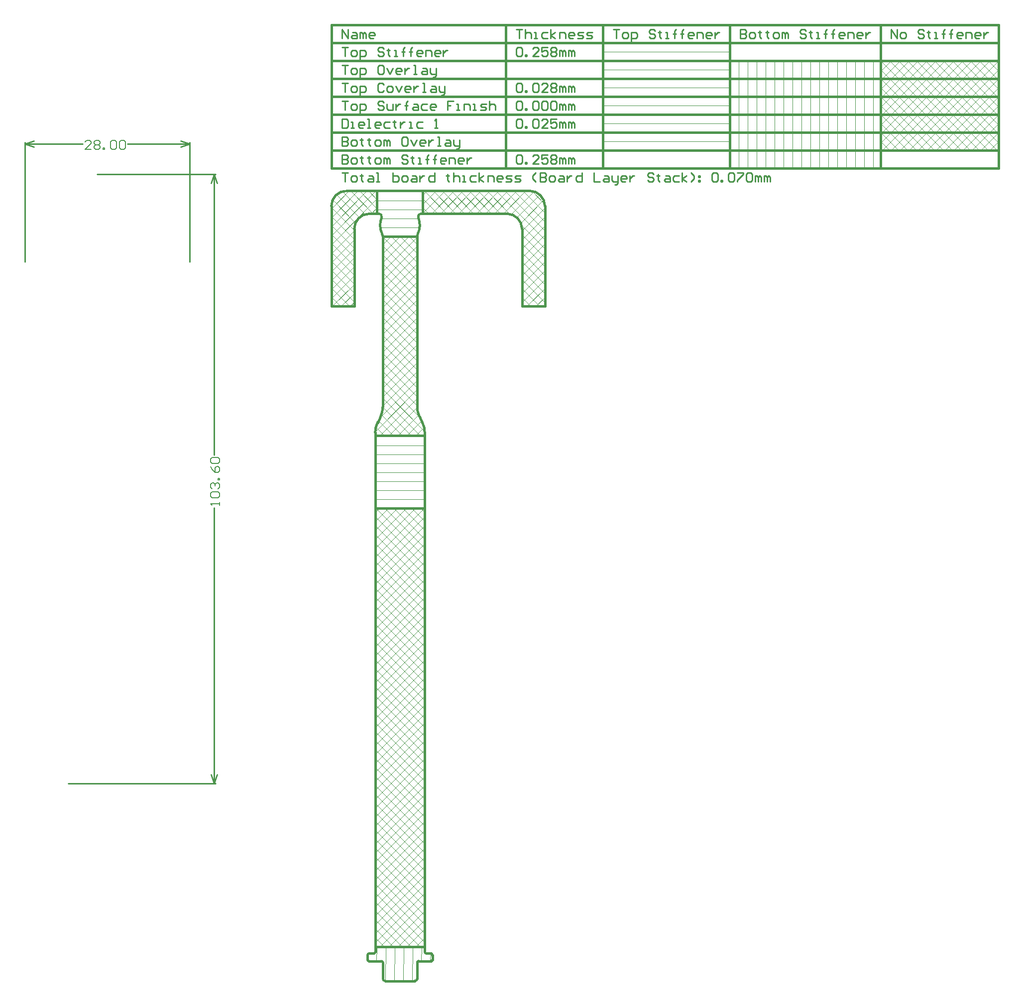
<source format=gbr>
G04*
G04 #@! TF.GenerationSoftware,Altium Limited,Altium Designer,25.1.2 (22)*
G04*
G04 Layer_Color=16711680*
%FSLAX44Y44*%
%MOMM*%
G71*
G04*
G04 #@! TF.SameCoordinates,C917C2C7-DC1F-4EFE-91AA-FEAD6B98D190*
G04*
G04*
G04 #@! TF.FilePolarity,Positive*
G04*
G01*
G75*
%ADD12C,0.2540*%
%ADD26C,0.3810*%
%ADD27C,0.0254*%
%ADD28C,0.1524*%
D12*
X190000Y887542D02*
Y1090540D01*
X-90000Y887547D02*
Y1090540D01*
X84279Y1088000D02*
X190000D01*
X-90000D02*
X7593D01*
X174760Y1093080D02*
X190000Y1088000D01*
X174760Y1082920D02*
X190000Y1088000D01*
X-90000D02*
X-74760Y1082920D01*
X-90000Y1088000D02*
X-74760Y1093080D01*
X-16955Y-0D02*
X234040D01*
X32545Y1036000D02*
X234040D01*
X231500Y-0D02*
Y469245D01*
Y558627D02*
Y1036000D01*
Y-0D02*
X236580Y15240D01*
X226420D02*
X231500Y-0D01*
X226420Y1020760D02*
X231500Y1036000D01*
X236580Y1020760D01*
X448540Y1267058D02*
Y1282293D01*
X458697Y1267058D01*
Y1282293D01*
X466314Y1277215D02*
X471393D01*
X473932Y1274676D01*
Y1267058D01*
X466314D01*
X463775Y1269597D01*
X466314Y1272137D01*
X473932D01*
X479010Y1267058D02*
Y1277215D01*
X481549D01*
X484089Y1274676D01*
Y1267058D01*
Y1274676D01*
X486628Y1277215D01*
X489167Y1274676D01*
Y1267058D01*
X501863D02*
X496784D01*
X494245Y1269597D01*
Y1274676D01*
X496784Y1277215D01*
X501863D01*
X504402Y1274676D01*
Y1272137D01*
X494245D01*
X448540Y1068933D02*
Y1053698D01*
X456157D01*
X458697Y1056237D01*
Y1058777D01*
X456157Y1061316D01*
X448540D01*
X456157D01*
X458697Y1063855D01*
Y1066394D01*
X456157Y1068933D01*
X448540D01*
X466314Y1053698D02*
X471393D01*
X473932Y1056237D01*
Y1061316D01*
X471393Y1063855D01*
X466314D01*
X463775Y1061316D01*
Y1056237D01*
X466314Y1053698D01*
X481549Y1066394D02*
Y1063855D01*
X479010D01*
X484089D01*
X481549D01*
Y1056237D01*
X484089Y1053698D01*
X494245Y1066394D02*
Y1063855D01*
X491706D01*
X496784D01*
X494245D01*
Y1056237D01*
X496784Y1053698D01*
X506941D02*
X512019D01*
X514559Y1056237D01*
Y1061316D01*
X512019Y1063855D01*
X506941D01*
X504402Y1061316D01*
Y1056237D01*
X506941Y1053698D01*
X519637D02*
Y1063855D01*
X522176D01*
X524715Y1061316D01*
Y1053698D01*
Y1061316D01*
X527254Y1063855D01*
X529794Y1061316D01*
Y1053698D01*
X560264Y1066394D02*
X557725Y1068933D01*
X552646D01*
X550107Y1066394D01*
Y1063855D01*
X552646Y1061316D01*
X557725D01*
X560264Y1058777D01*
Y1056237D01*
X557725Y1053698D01*
X552646D01*
X550107Y1056237D01*
X567881Y1066394D02*
Y1063855D01*
X565342D01*
X570421D01*
X567881D01*
Y1056237D01*
X570421Y1053698D01*
X578038D02*
X583116D01*
X580577D01*
Y1063855D01*
X578038D01*
X593273Y1053698D02*
Y1066394D01*
Y1061316D01*
X590734D01*
X595812D01*
X593273D01*
Y1066394D01*
X595812Y1068933D01*
X605969Y1053698D02*
Y1066394D01*
Y1061316D01*
X603430D01*
X608508D01*
X605969D01*
Y1066394D01*
X608508Y1068933D01*
X623743Y1053698D02*
X618665D01*
X616126Y1056237D01*
Y1061316D01*
X618665Y1063855D01*
X623743D01*
X626283Y1061316D01*
Y1058777D01*
X616126D01*
X631361Y1053698D02*
Y1063855D01*
X638978D01*
X641517Y1061316D01*
Y1053698D01*
X654213D02*
X649135D01*
X646596Y1056237D01*
Y1061316D01*
X649135Y1063855D01*
X654213D01*
X656753Y1061316D01*
Y1058777D01*
X646596D01*
X661831Y1063855D02*
Y1053698D01*
Y1058777D01*
X664370Y1061316D01*
X666909Y1063855D01*
X669448D01*
X448540Y1099413D02*
Y1084178D01*
X456157D01*
X458697Y1086718D01*
Y1089257D01*
X456157Y1091796D01*
X448540D01*
X456157D01*
X458697Y1094335D01*
Y1096874D01*
X456157Y1099413D01*
X448540D01*
X466314Y1084178D02*
X471393D01*
X473932Y1086718D01*
Y1091796D01*
X471393Y1094335D01*
X466314D01*
X463775Y1091796D01*
Y1086718D01*
X466314Y1084178D01*
X481549Y1096874D02*
Y1094335D01*
X479010D01*
X484089D01*
X481549D01*
Y1086718D01*
X484089Y1084178D01*
X494245Y1096874D02*
Y1094335D01*
X491706D01*
X496784D01*
X494245D01*
Y1086718D01*
X496784Y1084178D01*
X506941D02*
X512019D01*
X514559Y1086718D01*
Y1091796D01*
X512019Y1094335D01*
X506941D01*
X504402Y1091796D01*
Y1086718D01*
X506941Y1084178D01*
X519637D02*
Y1094335D01*
X522176D01*
X524715Y1091796D01*
Y1084178D01*
Y1091796D01*
X527254Y1094335D01*
X529794Y1091796D01*
Y1084178D01*
X557725Y1099413D02*
X552646D01*
X550107Y1096874D01*
Y1086718D01*
X552646Y1084178D01*
X557725D01*
X560264Y1086718D01*
Y1096874D01*
X557725Y1099413D01*
X565342Y1094335D02*
X570421Y1084178D01*
X575499Y1094335D01*
X588195Y1084178D02*
X583116D01*
X580577Y1086718D01*
Y1091796D01*
X583116Y1094335D01*
X588195D01*
X590734Y1091796D01*
Y1089257D01*
X580577D01*
X595812Y1094335D02*
Y1084178D01*
Y1089257D01*
X598352Y1091796D01*
X600891Y1094335D01*
X603430D01*
X611047Y1084178D02*
X616126D01*
X613587D01*
Y1099413D01*
X611047D01*
X626283Y1094335D02*
X631361D01*
X633900Y1091796D01*
Y1084178D01*
X626283D01*
X623743Y1086718D01*
X626283Y1089257D01*
X633900D01*
X638978Y1094335D02*
Y1086718D01*
X641518Y1084178D01*
X649135D01*
Y1081639D01*
X646596Y1079100D01*
X644057D01*
X649135Y1084178D02*
Y1094335D01*
X448540Y1129893D02*
Y1114658D01*
X456157D01*
X458697Y1117197D01*
Y1127354D01*
X456157Y1129893D01*
X448540D01*
X463775Y1114658D02*
X468853D01*
X466314D01*
Y1124815D01*
X463775D01*
X484089Y1114658D02*
X479010D01*
X476471Y1117197D01*
Y1122276D01*
X479010Y1124815D01*
X484089D01*
X486628Y1122276D01*
Y1119737D01*
X476471D01*
X491706Y1114658D02*
X496784D01*
X494245D01*
Y1129893D01*
X491706D01*
X512019Y1114658D02*
X506941D01*
X504402Y1117197D01*
Y1122276D01*
X506941Y1124815D01*
X512019D01*
X514559Y1122276D01*
Y1119737D01*
X504402D01*
X529794Y1124815D02*
X522176D01*
X519637Y1122276D01*
Y1117197D01*
X522176Y1114658D01*
X529794D01*
X537411Y1127354D02*
Y1124815D01*
X534872D01*
X539950D01*
X537411D01*
Y1117197D01*
X539950Y1114658D01*
X547568Y1124815D02*
Y1114658D01*
Y1119737D01*
X550107Y1122276D01*
X552646Y1124815D01*
X555186D01*
X562803Y1114658D02*
X567881D01*
X565342D01*
Y1124815D01*
X562803D01*
X585656D02*
X578038D01*
X575499Y1122276D01*
Y1117197D01*
X578038Y1114658D01*
X585656D01*
X605969D02*
X611047D01*
X608508D01*
Y1129893D01*
X605969Y1127354D01*
X448540Y1160373D02*
X458697D01*
X453618D01*
Y1145138D01*
X466314D02*
X471393D01*
X473932Y1147678D01*
Y1152756D01*
X471393Y1155295D01*
X466314D01*
X463775Y1152756D01*
Y1147678D01*
X466314Y1145138D01*
X479010Y1140060D02*
Y1155295D01*
X486628D01*
X489167Y1152756D01*
Y1147678D01*
X486628Y1145138D01*
X479010D01*
X519637Y1157834D02*
X517098Y1160373D01*
X512020D01*
X509480Y1157834D01*
Y1155295D01*
X512020Y1152756D01*
X517098D01*
X519637Y1150217D01*
Y1147678D01*
X517098Y1145138D01*
X512020D01*
X509480Y1147678D01*
X524715Y1155295D02*
Y1147678D01*
X527254Y1145138D01*
X534872D01*
Y1155295D01*
X539950D02*
Y1145138D01*
Y1150217D01*
X542490Y1152756D01*
X545029Y1155295D01*
X547568D01*
X557725Y1145138D02*
Y1157834D01*
Y1152756D01*
X555186D01*
X560264D01*
X557725D01*
Y1157834D01*
X560264Y1160373D01*
X570421Y1155295D02*
X575499D01*
X578038Y1152756D01*
Y1145138D01*
X570421D01*
X567881Y1147678D01*
X570421Y1150217D01*
X578038D01*
X593273Y1155295D02*
X585656D01*
X583116Y1152756D01*
Y1147678D01*
X585656Y1145138D01*
X593273D01*
X605969D02*
X600891D01*
X598352Y1147678D01*
Y1152756D01*
X600891Y1155295D01*
X605969D01*
X608508Y1152756D01*
Y1150217D01*
X598352D01*
X638978Y1160373D02*
X628822D01*
Y1152756D01*
X633900D01*
X628822D01*
Y1145138D01*
X644057D02*
X649135D01*
X646596D01*
Y1155295D01*
X644057D01*
X656753Y1145138D02*
Y1155295D01*
X664370D01*
X666909Y1152756D01*
Y1145138D01*
X671988D02*
X677066D01*
X674527D01*
Y1155295D01*
X671988D01*
X684684Y1145138D02*
X692301D01*
X694840Y1147678D01*
X692301Y1150217D01*
X687223D01*
X684684Y1152756D01*
X687223Y1155295D01*
X694840D01*
X699919Y1160373D02*
Y1145138D01*
Y1152756D01*
X702458Y1155295D01*
X707536D01*
X710075Y1152756D01*
Y1145138D01*
X448540Y1190853D02*
X458697D01*
X453618D01*
Y1175618D01*
X466314D02*
X471393D01*
X473932Y1178158D01*
Y1183236D01*
X471393Y1185775D01*
X466314D01*
X463775Y1183236D01*
Y1178158D01*
X466314Y1175618D01*
X479010Y1170540D02*
Y1185775D01*
X486628D01*
X489167Y1183236D01*
Y1178158D01*
X486628Y1175618D01*
X479010D01*
X519637Y1188314D02*
X517098Y1190853D01*
X512020D01*
X509480Y1188314D01*
Y1178158D01*
X512020Y1175618D01*
X517098D01*
X519637Y1178158D01*
X527254Y1175618D02*
X532333D01*
X534872Y1178158D01*
Y1183236D01*
X532333Y1185775D01*
X527254D01*
X524715Y1183236D01*
Y1178158D01*
X527254Y1175618D01*
X539950Y1185775D02*
X545029Y1175618D01*
X550107Y1185775D01*
X562803Y1175618D02*
X557725D01*
X555186Y1178158D01*
Y1183236D01*
X557725Y1185775D01*
X562803D01*
X565342Y1183236D01*
Y1180697D01*
X555186D01*
X570421Y1185775D02*
Y1175618D01*
Y1180697D01*
X572960Y1183236D01*
X575499Y1185775D01*
X578038D01*
X585656Y1175618D02*
X590734D01*
X588195D01*
Y1190853D01*
X585656D01*
X600891Y1185775D02*
X605969D01*
X608508Y1183236D01*
Y1175618D01*
X600891D01*
X598352Y1178158D01*
X600891Y1180697D01*
X608508D01*
X613587Y1185775D02*
Y1178158D01*
X616126Y1175618D01*
X623743D01*
Y1173079D01*
X621204Y1170540D01*
X618665D01*
X623743Y1175618D02*
Y1185775D01*
X448540Y1221333D02*
X458697D01*
X453618D01*
Y1206098D01*
X466314D02*
X471393D01*
X473932Y1208637D01*
Y1213716D01*
X471393Y1216255D01*
X466314D01*
X463775Y1213716D01*
Y1208637D01*
X466314Y1206098D01*
X479010Y1201020D02*
Y1216255D01*
X486628D01*
X489167Y1213716D01*
Y1208637D01*
X486628Y1206098D01*
X479010D01*
X517098Y1221333D02*
X512020D01*
X509480Y1218794D01*
Y1208637D01*
X512020Y1206098D01*
X517098D01*
X519637Y1208637D01*
Y1218794D01*
X517098Y1221333D01*
X524715Y1216255D02*
X529794Y1206098D01*
X534872Y1216255D01*
X547568Y1206098D02*
X542490D01*
X539950Y1208637D01*
Y1213716D01*
X542490Y1216255D01*
X547568D01*
X550107Y1213716D01*
Y1211177D01*
X539950D01*
X555186Y1216255D02*
Y1206098D01*
Y1211177D01*
X557725Y1213716D01*
X560264Y1216255D01*
X562803D01*
X570421Y1206098D02*
X575499D01*
X572960D01*
Y1221333D01*
X570421D01*
X585656Y1216255D02*
X590734D01*
X593273Y1213716D01*
Y1206098D01*
X585656D01*
X583116Y1208637D01*
X585656Y1211177D01*
X593273D01*
X598352Y1216255D02*
Y1208637D01*
X600891Y1206098D01*
X608508D01*
Y1203559D01*
X605969Y1201020D01*
X603430D01*
X608508Y1206098D02*
Y1216255D01*
X448540Y1251813D02*
X458697D01*
X453618D01*
Y1236578D01*
X466314D02*
X471393D01*
X473932Y1239118D01*
Y1244196D01*
X471393Y1246735D01*
X466314D01*
X463775Y1244196D01*
Y1239118D01*
X466314Y1236578D01*
X479010Y1231500D02*
Y1246735D01*
X486628D01*
X489167Y1244196D01*
Y1239118D01*
X486628Y1236578D01*
X479010D01*
X519637Y1249274D02*
X517098Y1251813D01*
X512020D01*
X509480Y1249274D01*
Y1246735D01*
X512020Y1244196D01*
X517098D01*
X519637Y1241657D01*
Y1239118D01*
X517098Y1236578D01*
X512020D01*
X509480Y1239118D01*
X527254Y1249274D02*
Y1246735D01*
X524715D01*
X529794D01*
X527254D01*
Y1239118D01*
X529794Y1236578D01*
X537411D02*
X542490D01*
X539950D01*
Y1246735D01*
X537411D01*
X552646Y1236578D02*
Y1249274D01*
Y1244196D01*
X550107D01*
X555186D01*
X552646D01*
Y1249274D01*
X555186Y1251813D01*
X565342Y1236578D02*
Y1249274D01*
Y1244196D01*
X562803D01*
X567881D01*
X565342D01*
Y1249274D01*
X567881Y1251813D01*
X583116Y1236578D02*
X578038D01*
X575499Y1239118D01*
Y1244196D01*
X578038Y1246735D01*
X583116D01*
X585656Y1244196D01*
Y1241657D01*
X575499D01*
X590734Y1236578D02*
Y1246735D01*
X598352D01*
X600891Y1244196D01*
Y1236578D01*
X613587D02*
X608508D01*
X605969Y1239118D01*
Y1244196D01*
X608508Y1246735D01*
X613587D01*
X616126Y1244196D01*
Y1241657D01*
X605969D01*
X621204Y1246735D02*
Y1236578D01*
Y1241657D01*
X623743Y1244196D01*
X626283Y1246735D01*
X628822D01*
X745635Y1282293D02*
X755792D01*
X750714D01*
Y1267058D01*
X760871Y1282293D02*
Y1267058D01*
Y1274676D01*
X763410Y1277215D01*
X768488D01*
X771027Y1274676D01*
Y1267058D01*
X776105D02*
X781184D01*
X778645D01*
Y1277215D01*
X776105D01*
X798958D02*
X791341D01*
X788801Y1274676D01*
Y1269597D01*
X791341Y1267058D01*
X798958D01*
X804036D02*
Y1282293D01*
Y1272137D02*
X811654Y1277215D01*
X804036Y1272137D02*
X811654Y1267058D01*
X819272D02*
Y1277215D01*
X826889D01*
X829428Y1274676D01*
Y1267058D01*
X842124D02*
X837046D01*
X834507Y1269597D01*
Y1274676D01*
X837046Y1277215D01*
X842124D01*
X844663Y1274676D01*
Y1272137D01*
X834507D01*
X849742Y1267058D02*
X857359D01*
X859898Y1269597D01*
X857359Y1272137D01*
X852281D01*
X849742Y1274676D01*
X852281Y1277215D01*
X859898D01*
X864977Y1267058D02*
X872594D01*
X875134Y1269597D01*
X872594Y1272137D01*
X867516D01*
X864977Y1274676D01*
X867516Y1277215D01*
X875134D01*
X745635Y1066394D02*
X748175Y1068933D01*
X753253D01*
X755792Y1066394D01*
Y1056237D01*
X753253Y1053698D01*
X748175D01*
X745635Y1056237D01*
Y1066394D01*
X760871Y1053698D02*
Y1056237D01*
X763410D01*
Y1053698D01*
X760871D01*
X783723D02*
X773566D01*
X783723Y1063855D01*
Y1066394D01*
X781184Y1068933D01*
X776105D01*
X773566Y1066394D01*
X798958Y1068933D02*
X788801D01*
Y1061316D01*
X793880Y1063855D01*
X796419D01*
X798958Y1061316D01*
Y1056237D01*
X796419Y1053698D01*
X791341D01*
X788801Y1056237D01*
X804036Y1066394D02*
X806576Y1068933D01*
X811654D01*
X814193Y1066394D01*
Y1063855D01*
X811654Y1061316D01*
X814193Y1058777D01*
Y1056237D01*
X811654Y1053698D01*
X806576D01*
X804036Y1056237D01*
Y1058777D01*
X806576Y1061316D01*
X804036Y1063855D01*
Y1066394D01*
X806576Y1061316D02*
X811654D01*
X819272Y1053698D02*
Y1063855D01*
X821811D01*
X824350Y1061316D01*
Y1053698D01*
Y1061316D01*
X826889Y1063855D01*
X829428Y1061316D01*
Y1053698D01*
X834507D02*
Y1063855D01*
X837046D01*
X839585Y1061316D01*
Y1053698D01*
Y1061316D01*
X842124Y1063855D01*
X844663Y1061316D01*
Y1053698D01*
X745635Y1127354D02*
X748175Y1129893D01*
X753253D01*
X755792Y1127354D01*
Y1117197D01*
X753253Y1114658D01*
X748175D01*
X745635Y1117197D01*
Y1127354D01*
X760871Y1114658D02*
Y1117197D01*
X763410D01*
Y1114658D01*
X760871D01*
X773566Y1127354D02*
X776105Y1129893D01*
X781184D01*
X783723Y1127354D01*
Y1117197D01*
X781184Y1114658D01*
X776105D01*
X773566Y1117197D01*
Y1127354D01*
X798958Y1114658D02*
X788801D01*
X798958Y1124815D01*
Y1127354D01*
X796419Y1129893D01*
X791341D01*
X788801Y1127354D01*
X814193Y1129893D02*
X804036D01*
Y1122276D01*
X809115Y1124815D01*
X811654D01*
X814193Y1122276D01*
Y1117197D01*
X811654Y1114658D01*
X806576D01*
X804036Y1117197D01*
X819272Y1114658D02*
Y1124815D01*
X821811D01*
X824350Y1122276D01*
Y1114658D01*
Y1122276D01*
X826889Y1124815D01*
X829428Y1122276D01*
Y1114658D01*
X834507D02*
Y1124815D01*
X837046D01*
X839585Y1122276D01*
Y1114658D01*
Y1122276D01*
X842124Y1124815D01*
X844663Y1122276D01*
Y1114658D01*
X745635Y1157834D02*
X748175Y1160373D01*
X753253D01*
X755792Y1157834D01*
Y1147678D01*
X753253Y1145138D01*
X748175D01*
X745635Y1147678D01*
Y1157834D01*
X760871Y1145138D02*
Y1147678D01*
X763410D01*
Y1145138D01*
X760871D01*
X773566Y1157834D02*
X776105Y1160373D01*
X781184D01*
X783723Y1157834D01*
Y1147678D01*
X781184Y1145138D01*
X776105D01*
X773566Y1147678D01*
Y1157834D01*
X788801D02*
X791341Y1160373D01*
X796419D01*
X798958Y1157834D01*
Y1147678D01*
X796419Y1145138D01*
X791341D01*
X788801Y1147678D01*
Y1157834D01*
X804036D02*
X806576Y1160373D01*
X811654D01*
X814193Y1157834D01*
Y1147678D01*
X811654Y1145138D01*
X806576D01*
X804036Y1147678D01*
Y1157834D01*
X819272Y1145138D02*
Y1155295D01*
X821811D01*
X824350Y1152756D01*
Y1145138D01*
Y1152756D01*
X826889Y1155295D01*
X829428Y1152756D01*
Y1145138D01*
X834507D02*
Y1155295D01*
X837046D01*
X839585Y1152756D01*
Y1145138D01*
Y1152756D01*
X842124Y1155295D01*
X844663Y1152756D01*
Y1145138D01*
X745635Y1188314D02*
X748175Y1190853D01*
X753253D01*
X755792Y1188314D01*
Y1178158D01*
X753253Y1175618D01*
X748175D01*
X745635Y1178158D01*
Y1188314D01*
X760871Y1175618D02*
Y1178158D01*
X763410D01*
Y1175618D01*
X760871D01*
X773566Y1188314D02*
X776105Y1190853D01*
X781184D01*
X783723Y1188314D01*
Y1178158D01*
X781184Y1175618D01*
X776105D01*
X773566Y1178158D01*
Y1188314D01*
X798958Y1175618D02*
X788801D01*
X798958Y1185775D01*
Y1188314D01*
X796419Y1190853D01*
X791341D01*
X788801Y1188314D01*
X804036D02*
X806576Y1190853D01*
X811654D01*
X814193Y1188314D01*
Y1185775D01*
X811654Y1183236D01*
X814193Y1180697D01*
Y1178158D01*
X811654Y1175618D01*
X806576D01*
X804036Y1178158D01*
Y1180697D01*
X806576Y1183236D01*
X804036Y1185775D01*
Y1188314D01*
X806576Y1183236D02*
X811654D01*
X819272Y1175618D02*
Y1185775D01*
X821811D01*
X824350Y1183236D01*
Y1175618D01*
Y1183236D01*
X826889Y1185775D01*
X829428Y1183236D01*
Y1175618D01*
X834507D02*
Y1185775D01*
X837046D01*
X839585Y1183236D01*
Y1175618D01*
Y1183236D01*
X842124Y1185775D01*
X844663Y1183236D01*
Y1175618D01*
X745635Y1249274D02*
X748175Y1251813D01*
X753253D01*
X755792Y1249274D01*
Y1239118D01*
X753253Y1236578D01*
X748175D01*
X745635Y1239118D01*
Y1249274D01*
X760871Y1236578D02*
Y1239118D01*
X763410D01*
Y1236578D01*
X760871D01*
X783723D02*
X773566D01*
X783723Y1246735D01*
Y1249274D01*
X781184Y1251813D01*
X776105D01*
X773566Y1249274D01*
X798958Y1251813D02*
X788801D01*
Y1244196D01*
X793880Y1246735D01*
X796419D01*
X798958Y1244196D01*
Y1239118D01*
X796419Y1236578D01*
X791341D01*
X788801Y1239118D01*
X804036Y1249274D02*
X806576Y1251813D01*
X811654D01*
X814193Y1249274D01*
Y1246735D01*
X811654Y1244196D01*
X814193Y1241657D01*
Y1239118D01*
X811654Y1236578D01*
X806576D01*
X804036Y1239118D01*
Y1241657D01*
X806576Y1244196D01*
X804036Y1246735D01*
Y1249274D01*
X806576Y1244196D02*
X811654D01*
X819272Y1236578D02*
Y1246735D01*
X821811D01*
X824350Y1244196D01*
Y1236578D01*
Y1244196D01*
X826889Y1246735D01*
X829428Y1244196D01*
Y1236578D01*
X834507D02*
Y1246735D01*
X837046D01*
X839585Y1244196D01*
Y1236578D01*
Y1244196D01*
X842124Y1246735D01*
X844663Y1244196D01*
Y1236578D01*
X910694Y1282293D02*
X920850D01*
X915772D01*
Y1267058D01*
X928468D02*
X933546D01*
X936085Y1269597D01*
Y1274676D01*
X933546Y1277215D01*
X928468D01*
X925929Y1274676D01*
Y1269597D01*
X928468Y1267058D01*
X941164Y1261980D02*
Y1277215D01*
X948781D01*
X951320Y1274676D01*
Y1269597D01*
X948781Y1267058D01*
X941164D01*
X981790Y1279754D02*
X979251Y1282293D01*
X974173D01*
X971634Y1279754D01*
Y1277215D01*
X974173Y1274676D01*
X979251D01*
X981790Y1272137D01*
Y1269597D01*
X979251Y1267058D01*
X974173D01*
X971634Y1269597D01*
X989408Y1279754D02*
Y1277215D01*
X986869D01*
X991947D01*
X989408D01*
Y1269597D01*
X991947Y1267058D01*
X999565D02*
X1004643D01*
X1002104D01*
Y1277215D01*
X999565D01*
X1014800Y1267058D02*
Y1279754D01*
Y1274676D01*
X1012261D01*
X1017339D01*
X1014800D01*
Y1279754D01*
X1017339Y1282293D01*
X1027496Y1267058D02*
Y1279754D01*
Y1274676D01*
X1024957D01*
X1030035D01*
X1027496D01*
Y1279754D01*
X1030035Y1282293D01*
X1045270Y1267058D02*
X1040192D01*
X1037652Y1269597D01*
Y1274676D01*
X1040192Y1277215D01*
X1045270D01*
X1047809Y1274676D01*
Y1272137D01*
X1037652D01*
X1052887Y1267058D02*
Y1277215D01*
X1060505D01*
X1063044Y1274676D01*
Y1267058D01*
X1075740D02*
X1070662D01*
X1068123Y1269597D01*
Y1274676D01*
X1070662Y1277215D01*
X1075740D01*
X1078279Y1274676D01*
Y1272137D01*
X1068123D01*
X1083358Y1277215D02*
Y1267058D01*
Y1272137D01*
X1085897Y1274676D01*
X1088436Y1277215D01*
X1090975D01*
X1126535Y1282293D02*
Y1267058D01*
X1134153D01*
X1136692Y1269597D01*
Y1272137D01*
X1134153Y1274676D01*
X1126535D01*
X1134153D01*
X1136692Y1277215D01*
Y1279754D01*
X1134153Y1282293D01*
X1126535D01*
X1144309Y1267058D02*
X1149388D01*
X1151927Y1269597D01*
Y1274676D01*
X1149388Y1277215D01*
X1144309D01*
X1141770Y1274676D01*
Y1269597D01*
X1144309Y1267058D01*
X1159545Y1279754D02*
Y1277215D01*
X1157005D01*
X1162084D01*
X1159545D01*
Y1269597D01*
X1162084Y1267058D01*
X1172240Y1279754D02*
Y1277215D01*
X1169701D01*
X1174780D01*
X1172240D01*
Y1269597D01*
X1174780Y1267058D01*
X1184936D02*
X1190015D01*
X1192554Y1269597D01*
Y1274676D01*
X1190015Y1277215D01*
X1184936D01*
X1182397Y1274676D01*
Y1269597D01*
X1184936Y1267058D01*
X1197632D02*
Y1277215D01*
X1200171D01*
X1202710Y1274676D01*
Y1267058D01*
Y1274676D01*
X1205250Y1277215D01*
X1207789Y1274676D01*
Y1267058D01*
X1238259Y1279754D02*
X1235720Y1282293D01*
X1230641D01*
X1228102Y1279754D01*
Y1277215D01*
X1230641Y1274676D01*
X1235720D01*
X1238259Y1272137D01*
Y1269597D01*
X1235720Y1267058D01*
X1230641D01*
X1228102Y1269597D01*
X1245877Y1279754D02*
Y1277215D01*
X1243337D01*
X1248416D01*
X1245877D01*
Y1269597D01*
X1248416Y1267058D01*
X1256033D02*
X1261112D01*
X1258572D01*
Y1277215D01*
X1256033D01*
X1271268Y1267058D02*
Y1279754D01*
Y1274676D01*
X1268729D01*
X1273808D01*
X1271268D01*
Y1279754D01*
X1273808Y1282293D01*
X1283964Y1267058D02*
Y1279754D01*
Y1274676D01*
X1281425D01*
X1286503D01*
X1283964D01*
Y1279754D01*
X1286503Y1282293D01*
X1301738Y1267058D02*
X1296660D01*
X1294121Y1269597D01*
Y1274676D01*
X1296660Y1277215D01*
X1301738D01*
X1304278Y1274676D01*
Y1272137D01*
X1294121D01*
X1309356Y1267058D02*
Y1277215D01*
X1316974D01*
X1319513Y1274676D01*
Y1267058D01*
X1332209D02*
X1327130D01*
X1324591Y1269597D01*
Y1274676D01*
X1327130Y1277215D01*
X1332209D01*
X1334748Y1274676D01*
Y1272137D01*
X1324591D01*
X1339826Y1277215D02*
Y1267058D01*
Y1272137D01*
X1342365Y1274676D01*
X1344904Y1277215D01*
X1347444D01*
X1383004Y1267058D02*
Y1282293D01*
X1393160Y1267058D01*
Y1282293D01*
X1400778Y1267058D02*
X1405856D01*
X1408396Y1269597D01*
Y1274676D01*
X1405856Y1277215D01*
X1400778D01*
X1398239Y1274676D01*
Y1269597D01*
X1400778Y1267058D01*
X1438866Y1279754D02*
X1436326Y1282293D01*
X1431248D01*
X1428709Y1279754D01*
Y1277215D01*
X1431248Y1274676D01*
X1436326D01*
X1438866Y1272137D01*
Y1269597D01*
X1436326Y1267058D01*
X1431248D01*
X1428709Y1269597D01*
X1446483Y1279754D02*
Y1277215D01*
X1443944D01*
X1449022D01*
X1446483D01*
Y1269597D01*
X1449022Y1267058D01*
X1456640D02*
X1461718D01*
X1459179D01*
Y1277215D01*
X1456640D01*
X1471875Y1267058D02*
Y1279754D01*
Y1274676D01*
X1469336D01*
X1474414D01*
X1471875D01*
Y1279754D01*
X1474414Y1282293D01*
X1484571Y1267058D02*
Y1279754D01*
Y1274676D01*
X1482032D01*
X1487110D01*
X1484571D01*
Y1279754D01*
X1487110Y1282293D01*
X1502345Y1267058D02*
X1497267D01*
X1494727Y1269597D01*
Y1274676D01*
X1497267Y1277215D01*
X1502345D01*
X1504884Y1274676D01*
Y1272137D01*
X1494727D01*
X1509963Y1267058D02*
Y1277215D01*
X1517580D01*
X1520119Y1274676D01*
Y1267058D01*
X1532815D02*
X1527737D01*
X1525198Y1269597D01*
Y1274676D01*
X1527737Y1277215D01*
X1532815D01*
X1535354Y1274676D01*
Y1272137D01*
X1525198D01*
X1540433Y1277215D02*
Y1267058D01*
Y1272137D01*
X1542972Y1274676D01*
X1545511Y1277215D01*
X1548050D01*
X448540Y1038453D02*
X458697D01*
X453618D01*
Y1023218D01*
X466314D02*
X471393D01*
X473932Y1025758D01*
Y1030836D01*
X471393Y1033375D01*
X466314D01*
X463775Y1030836D01*
Y1025758D01*
X466314Y1023218D01*
X481549Y1035914D02*
Y1033375D01*
X479010D01*
X484089D01*
X481549D01*
Y1025758D01*
X484089Y1023218D01*
X494245Y1033375D02*
X499324D01*
X501863Y1030836D01*
Y1023218D01*
X494245D01*
X491706Y1025758D01*
X494245Y1028297D01*
X501863D01*
X506941Y1023218D02*
X512019D01*
X509480D01*
Y1038453D01*
X506941D01*
X534872D02*
Y1023218D01*
X542490D01*
X545029Y1025758D01*
Y1028297D01*
Y1030836D01*
X542490Y1033375D01*
X534872D01*
X552646Y1023218D02*
X557725D01*
X560264Y1025758D01*
Y1030836D01*
X557725Y1033375D01*
X552646D01*
X550107Y1030836D01*
Y1025758D01*
X552646Y1023218D01*
X567881Y1033375D02*
X572960D01*
X575499Y1030836D01*
Y1023218D01*
X567881D01*
X565342Y1025758D01*
X567881Y1028297D01*
X575499D01*
X580577Y1033375D02*
Y1023218D01*
Y1028297D01*
X583116Y1030836D01*
X585656Y1033375D01*
X588195D01*
X605969Y1038453D02*
Y1023218D01*
X598352D01*
X595812Y1025758D01*
Y1030836D01*
X598352Y1033375D01*
X605969D01*
X628822Y1035914D02*
Y1033375D01*
X626283D01*
X631361D01*
X628822D01*
Y1025758D01*
X631361Y1023218D01*
X638978Y1038453D02*
Y1023218D01*
Y1030836D01*
X641518Y1033375D01*
X646596D01*
X649135Y1030836D01*
Y1023218D01*
X654213D02*
X659292D01*
X656753D01*
Y1033375D01*
X654213D01*
X677066D02*
X669448D01*
X666909Y1030836D01*
Y1025758D01*
X669448Y1023218D01*
X677066D01*
X682144D02*
Y1038453D01*
Y1028297D02*
X689762Y1033375D01*
X682144Y1028297D02*
X689762Y1023218D01*
X697380D02*
Y1033375D01*
X704997D01*
X707536Y1030836D01*
Y1023218D01*
X720232D02*
X715154D01*
X712615Y1025758D01*
Y1030836D01*
X715154Y1033375D01*
X720232D01*
X722771Y1030836D01*
Y1028297D01*
X712615D01*
X727850Y1023218D02*
X735467D01*
X738006Y1025758D01*
X735467Y1028297D01*
X730389D01*
X727850Y1030836D01*
X730389Y1033375D01*
X738006D01*
X743085Y1023218D02*
X750702D01*
X753241Y1025758D01*
X750702Y1028297D01*
X745624D01*
X743085Y1030836D01*
X745624Y1033375D01*
X753241D01*
X778633Y1023218D02*
X773555Y1028297D01*
Y1033375D01*
X778633Y1038453D01*
X786251D02*
Y1023218D01*
X793868D01*
X796407Y1025758D01*
Y1028297D01*
X793868Y1030836D01*
X786251D01*
X793868D01*
X796407Y1033375D01*
Y1035914D01*
X793868Y1038453D01*
X786251D01*
X804025Y1023218D02*
X809103D01*
X811643Y1025758D01*
Y1030836D01*
X809103Y1033375D01*
X804025D01*
X801486Y1030836D01*
Y1025758D01*
X804025Y1023218D01*
X819260Y1033375D02*
X824338D01*
X826878Y1030836D01*
Y1023218D01*
X819260D01*
X816721Y1025758D01*
X819260Y1028297D01*
X826878D01*
X831956Y1033375D02*
Y1023218D01*
Y1028297D01*
X834495Y1030836D01*
X837034Y1033375D01*
X839574D01*
X857348Y1038453D02*
Y1023218D01*
X849730D01*
X847191Y1025758D01*
Y1030836D01*
X849730Y1033375D01*
X857348D01*
X877661Y1038453D02*
Y1023218D01*
X887818D01*
X895435Y1033375D02*
X900514D01*
X903053Y1030836D01*
Y1023218D01*
X895435D01*
X892896Y1025758D01*
X895435Y1028297D01*
X903053D01*
X908131Y1033375D02*
Y1025758D01*
X910670Y1023218D01*
X918288D01*
Y1020679D01*
X915749Y1018140D01*
X913210D01*
X918288Y1023218D02*
Y1033375D01*
X930984Y1023218D02*
X925906D01*
X923366Y1025758D01*
Y1030836D01*
X925906Y1033375D01*
X930984D01*
X933523Y1030836D01*
Y1028297D01*
X923366D01*
X938602Y1033375D02*
Y1023218D01*
Y1028297D01*
X941141Y1030836D01*
X943680Y1033375D01*
X946219D01*
X979228Y1035914D02*
X976689Y1038453D01*
X971611D01*
X969072Y1035914D01*
Y1033375D01*
X971611Y1030836D01*
X976689D01*
X979228Y1028297D01*
Y1025758D01*
X976689Y1023218D01*
X971611D01*
X969072Y1025758D01*
X986846Y1035914D02*
Y1033375D01*
X984307D01*
X989385D01*
X986846D01*
Y1025758D01*
X989385Y1023218D01*
X999542Y1033375D02*
X1004620D01*
X1007159Y1030836D01*
Y1023218D01*
X999542D01*
X997003Y1025758D01*
X999542Y1028297D01*
X1007159D01*
X1022394Y1033375D02*
X1014777D01*
X1012238Y1030836D01*
Y1025758D01*
X1014777Y1023218D01*
X1022394D01*
X1027473D02*
Y1038453D01*
Y1028297D02*
X1035090Y1033375D01*
X1027473Y1028297D02*
X1035090Y1023218D01*
X1042708D02*
X1047786Y1028297D01*
Y1033375D01*
X1042708Y1038453D01*
X1055404Y1033375D02*
X1057943D01*
Y1030836D01*
X1055404D01*
Y1033375D01*
Y1025758D02*
X1057943D01*
Y1023218D01*
X1055404D01*
Y1025758D01*
X1078263Y1035914D02*
X1080802Y1038453D01*
X1085880D01*
X1088420Y1035914D01*
Y1025758D01*
X1085880Y1023218D01*
X1080802D01*
X1078263Y1025758D01*
Y1035914D01*
X1093498Y1023218D02*
Y1025758D01*
X1096037D01*
Y1023218D01*
X1093498D01*
X1106194Y1035914D02*
X1108733Y1038453D01*
X1113811D01*
X1116350Y1035914D01*
Y1025758D01*
X1113811Y1023218D01*
X1108733D01*
X1106194Y1025758D01*
Y1035914D01*
X1121429Y1038453D02*
X1131586D01*
Y1035914D01*
X1121429Y1025758D01*
Y1023218D01*
X1136664Y1035914D02*
X1139203Y1038453D01*
X1144281D01*
X1146821Y1035914D01*
Y1025758D01*
X1144281Y1023218D01*
X1139203D01*
X1136664Y1025758D01*
Y1035914D01*
X1151899Y1023218D02*
Y1033375D01*
X1154438D01*
X1156977Y1030836D01*
Y1023218D01*
Y1030836D01*
X1159517Y1033375D01*
X1162056Y1030836D01*
Y1023218D01*
X1167134D02*
Y1033375D01*
X1169673D01*
X1172212Y1030836D01*
Y1023218D01*
Y1030836D01*
X1174752Y1033375D01*
X1177291Y1030836D01*
Y1023218D01*
D26*
X516282Y962345D02*
G03*
X511768Y969061I-4513J1842D01*
G01*
X516282Y962345D02*
G03*
X517062Y935097I31227J-12742D01*
G01*
X518308Y930145D02*
G03*
X517062Y935097I-12945J-625D01*
G01*
X577959Y935097D02*
G03*
X576713Y930145I11711J-5579D01*
G01*
X577959Y935097D02*
G03*
X578739Y962345I-30447J14506D01*
G01*
X583252Y969061D02*
G03*
X578739Y962345I0J-4875D01*
G01*
X600048Y-302215D02*
G03*
X602642Y-299621I0J2594D01*
G01*
X602642Y-291838D02*
G03*
X600048Y-289243I-2594J0D01*
G01*
X589670Y-286649D02*
G03*
X592264Y-289243I2594J0D01*
G01*
X502756Y-289243D02*
G03*
X505350Y-286649I1J2594D01*
G01*
X494973Y-289243D02*
G03*
X492378Y-291837I-1J-2594D01*
G01*
X492378Y-299621D02*
G03*
X494973Y-302215I2594J-0D01*
G01*
X518323Y-304809D02*
G03*
X515728Y-302215I-2594J0D01*
G01*
X518323Y-332051D02*
G03*
X522214Y-335943I3892J0D01*
G01*
X572806D02*
G03*
X576698Y-332051I0J3892D01*
G01*
X579292Y-302215D02*
G03*
X576698Y-304810I-0J-2594D01*
G01*
X589670Y596655D02*
G03*
X585561Y614057I-38907J0D01*
G01*
X576698Y640971D02*
G03*
X580806Y623567I38918J0D01*
G01*
X514214Y623567D02*
G03*
X518323Y640971I-34803J17403D01*
G01*
X509459Y614057D02*
G03*
X505350Y596653I34806J-17404D01*
G01*
X793982Y982034D02*
G03*
X768038Y1007978I-25944J0D01*
G01*
X755066Y943117D02*
G03*
X729121Y969061I-25944J0D01*
G01*
X495621Y969061D02*
G03*
X469677Y943117I-0J-25944D01*
G01*
X456705Y1007978D02*
G03*
X430760Y982034I-1J-25944D01*
G01*
X430760Y1259438D02*
X1565830D01*
X430760Y1289918D02*
X1565830D01*
X430760Y1046078D02*
Y1289918D01*
Y1046078D02*
X727855D01*
X430760Y1076558D02*
X727855D01*
X430760Y1107038D02*
X727855D01*
X430760Y1137518D02*
X727855D01*
X430760Y1167998D02*
X727855D01*
X430760Y1198478D02*
X727855D01*
X430760Y1228958D02*
X727855D01*
Y1046078D02*
Y1289918D01*
Y1046078D02*
X892914D01*
X727855Y1076558D02*
X892914D01*
X727855Y1107038D02*
X892914D01*
X727855Y1137518D02*
X892914D01*
X727855Y1167998D02*
X892914D01*
X727855Y1198478D02*
X892914D01*
X727855Y1228958D02*
X892914D01*
Y1046078D02*
Y1289918D01*
Y1046078D02*
X1108755D01*
X892914Y1076558D02*
X1108755D01*
X892914Y1107038D02*
X1108755D01*
X892914Y1137518D02*
X1108755D01*
X892914Y1167998D02*
X1108755D01*
X892914Y1198478D02*
X1108755D01*
X892914Y1228958D02*
X1108755D01*
Y1046078D02*
Y1289918D01*
Y1046078D02*
X1365224D01*
X1108755Y1076558D02*
X1365224D01*
X1108755Y1107038D02*
X1365224D01*
X1108755Y1137518D02*
X1365224D01*
X1108755Y1167998D02*
X1365224D01*
X1108755Y1198478D02*
X1365224D01*
X1108755Y1228958D02*
X1365224D01*
Y1046078D02*
Y1289918D01*
Y1046078D02*
X1565830D01*
X1365224Y1076558D02*
X1565830D01*
X1365224Y1107038D02*
X1565830D01*
X1365224Y1137518D02*
X1565830D01*
X1365224Y1167998D02*
X1565830D01*
X1365224Y1198478D02*
X1565830D01*
X1365224Y1228958D02*
X1565830D01*
Y1046078D02*
Y1289918D01*
X505350Y468334D02*
Y591570D01*
Y468334D02*
X589670D01*
Y591570D01*
X505350D02*
X589670D01*
X583252Y969061D02*
X586427Y969061D01*
Y1007978D01*
X508594Y1007978D02*
X586427Y1007978D01*
X508594Y969061D02*
Y1007978D01*
Y969061D02*
X511768D01*
X518308Y930145D02*
X576713D01*
X602642Y-291837D02*
X602642Y-299621D01*
X592264Y-289243D02*
X600048Y-289243D01*
X589670Y-286649D02*
Y-277568D01*
X505350D02*
X589670D01*
X505350Y-286649D02*
Y-277568D01*
X494973Y-289243D02*
X502756Y-289243D01*
X492378Y-291837D02*
X492378Y-299621D01*
X494973Y-302215D02*
X515728Y-302215D01*
X518323Y-332051D02*
Y-304809D01*
X522214Y-335943D02*
X572806D01*
X576698Y-332051D02*
X576698Y-304810D01*
X579292Y-302215D02*
X600048Y-302215D01*
X505350Y-277568D02*
X589670D01*
X589670Y468334D02*
X589670Y-277568D01*
X505350Y468334D02*
X589670D01*
X505350Y-277568D02*
X505350Y468334D01*
Y591570D02*
X589670D01*
Y596655D01*
X580806Y623567D02*
X585561Y614057D01*
X576698Y640971D02*
Y929517D01*
X576713Y930145D01*
X518308D02*
X576713D01*
X518308D02*
X518323Y929517D01*
X518323Y640971D02*
X518323Y929517D01*
X509459Y614057D02*
X514214Y623567D01*
X505350Y591570D02*
Y596653D01*
X755066Y812095D02*
X793982D01*
Y982034D01*
X586427Y1007978D02*
X768038Y1007978D01*
X586427Y969061D02*
Y1007978D01*
Y969061D02*
X729121Y969061D01*
X755066Y812095D02*
Y943117D01*
X469677Y812095D02*
X469677Y943117D01*
X495621Y969061D02*
X508594Y969061D01*
Y1007978D01*
X456705D02*
X508594D01*
X430760Y812101D02*
Y982034D01*
Y812101D02*
X469677Y812095D01*
D27*
X892914Y1091798D02*
X1108755D01*
X892914Y1122278D02*
X1108755D01*
X892914Y1152758D02*
X1108755D01*
X892914Y1183238D02*
X1108755D01*
X892914Y1213718D02*
X1108755D01*
X892914Y1244198D02*
X1108755D01*
X1123995Y1046078D02*
Y1076558D01*
X1139235Y1046078D02*
Y1076558D01*
X1154475Y1046078D02*
Y1076558D01*
X1169715Y1046078D02*
Y1076558D01*
X1184955Y1046078D02*
Y1076558D01*
X1200195Y1046078D02*
Y1076558D01*
X1215435Y1046078D02*
Y1076558D01*
X1230675Y1046078D02*
Y1076558D01*
X1245915Y1046078D02*
Y1076558D01*
X1261155Y1046078D02*
Y1076558D01*
X1276395Y1046078D02*
Y1076558D01*
X1291635Y1046078D02*
Y1076558D01*
X1306875Y1046078D02*
Y1076558D01*
X1322115Y1046078D02*
Y1076558D01*
X1337355Y1046078D02*
Y1076558D01*
X1352595Y1046078D02*
Y1076558D01*
X1123995D02*
Y1107038D01*
X1139235Y1076558D02*
Y1107038D01*
X1154475Y1076558D02*
Y1107038D01*
X1169715Y1076558D02*
Y1107038D01*
X1184955Y1076558D02*
Y1107038D01*
X1200195Y1076558D02*
Y1107038D01*
X1215435Y1076558D02*
Y1107038D01*
X1230675Y1076558D02*
Y1107038D01*
X1245915Y1076558D02*
Y1107038D01*
X1261155Y1076558D02*
Y1107038D01*
X1276395Y1076558D02*
Y1107038D01*
X1291635Y1076558D02*
Y1107038D01*
X1306875Y1076558D02*
Y1107038D01*
X1322115Y1076558D02*
Y1107038D01*
X1337355Y1076558D02*
Y1107038D01*
X1352595Y1076558D02*
Y1107038D01*
X1123995D02*
Y1137518D01*
X1139235Y1107038D02*
Y1137518D01*
X1154475Y1107038D02*
Y1137518D01*
X1169715Y1107038D02*
Y1137518D01*
X1184955Y1107038D02*
Y1137518D01*
X1200195Y1107038D02*
Y1137518D01*
X1215435Y1107038D02*
Y1137518D01*
X1230675Y1107038D02*
Y1137518D01*
X1245915Y1107038D02*
Y1137518D01*
X1261155Y1107038D02*
Y1137518D01*
X1276395Y1107038D02*
Y1137518D01*
X1291635Y1107038D02*
Y1137518D01*
X1306875Y1107038D02*
Y1137518D01*
X1322115Y1107038D02*
Y1137518D01*
X1337355Y1107038D02*
Y1137518D01*
X1352595Y1107038D02*
Y1137518D01*
X1123995D02*
Y1167998D01*
X1139235Y1137518D02*
Y1167998D01*
X1154475Y1137518D02*
Y1167998D01*
X1169715Y1137518D02*
Y1167998D01*
X1184955Y1137518D02*
Y1167998D01*
X1200195Y1137518D02*
Y1167998D01*
X1215435Y1137518D02*
Y1167998D01*
X1230675Y1137518D02*
Y1167998D01*
X1245915Y1137518D02*
Y1167998D01*
X1261155Y1137518D02*
Y1167998D01*
X1276395Y1137518D02*
Y1167998D01*
X1291635Y1137518D02*
Y1167998D01*
X1306875Y1137518D02*
Y1167998D01*
X1322115Y1137518D02*
Y1167998D01*
X1337355Y1137518D02*
Y1167998D01*
X1352595Y1137518D02*
Y1167998D01*
X1123995D02*
Y1198478D01*
X1139235Y1167998D02*
Y1198478D01*
X1154475Y1167998D02*
Y1198478D01*
X1169715Y1167998D02*
Y1198478D01*
X1184955Y1167998D02*
Y1198478D01*
X1200195Y1167998D02*
Y1198478D01*
X1215435Y1167998D02*
Y1198478D01*
X1230675Y1167998D02*
Y1198478D01*
X1245915Y1167998D02*
Y1198478D01*
X1261155Y1167998D02*
Y1198478D01*
X1276395Y1167998D02*
Y1198478D01*
X1291635Y1167998D02*
Y1198478D01*
X1306875Y1167998D02*
Y1198478D01*
X1322115Y1167998D02*
Y1198478D01*
X1337355Y1167998D02*
Y1198478D01*
X1352595Y1167998D02*
Y1198478D01*
X1123995D02*
Y1228958D01*
X1139235Y1198478D02*
Y1228958D01*
X1154475Y1198478D02*
Y1228958D01*
X1169715Y1198478D02*
Y1228958D01*
X1184955Y1198478D02*
Y1228958D01*
X1200195Y1198478D02*
Y1228958D01*
X1215435Y1198478D02*
Y1228958D01*
X1230675Y1198478D02*
Y1228958D01*
X1245915Y1198478D02*
Y1228958D01*
X1261155Y1198478D02*
Y1228958D01*
X1276395Y1198478D02*
Y1228958D01*
X1291635Y1198478D02*
Y1228958D01*
X1306875Y1198478D02*
Y1228958D01*
X1322115Y1198478D02*
Y1228958D01*
X1337355Y1198478D02*
Y1228958D01*
X1352595Y1198478D02*
Y1228958D01*
X1550590Y1076558D02*
X1565830Y1091798D01*
X1535350Y1076558D02*
X1565830Y1107038D01*
X1520110Y1076558D02*
X1550590Y1107038D01*
X1504870Y1076558D02*
X1535350Y1107038D01*
X1489630Y1076558D02*
X1520110Y1107038D01*
X1474390Y1076558D02*
X1504870Y1107038D01*
X1459150Y1076558D02*
X1489630Y1107038D01*
X1443910Y1076558D02*
X1474390Y1107038D01*
X1428670Y1076558D02*
X1459150Y1107038D01*
X1413430Y1076558D02*
X1443910Y1107038D01*
X1398190Y1076558D02*
X1428670Y1107038D01*
X1382950Y1076558D02*
X1413430Y1107038D01*
X1367710Y1076558D02*
X1398190Y1107038D01*
X1365224Y1089312D02*
X1382950Y1107038D01*
X1365224Y1104552D02*
X1367710Y1107038D01*
X1365224Y1091798D02*
X1380464Y1076558D01*
X1365224Y1107038D02*
X1395704Y1076558D01*
X1380464Y1107038D02*
X1410944Y1076558D01*
X1395704Y1107038D02*
X1426184Y1076558D01*
X1410944Y1107038D02*
X1441424Y1076558D01*
X1426184Y1107038D02*
X1456664Y1076558D01*
X1441424Y1107038D02*
X1471904Y1076558D01*
X1456664Y1107038D02*
X1487144Y1076558D01*
X1471904Y1107038D02*
X1502384Y1076558D01*
X1487144Y1107038D02*
X1517624Y1076558D01*
X1502384Y1107038D02*
X1532864Y1076558D01*
X1517624Y1107038D02*
X1548104Y1076558D01*
X1532864Y1107038D02*
X1563344Y1076558D01*
X1548104Y1107038D02*
X1565830Y1089312D01*
X1563344Y1107038D02*
X1565830Y1104552D01*
X1550590Y1107038D02*
X1565830Y1122278D01*
X1535350Y1107038D02*
X1565830Y1137518D01*
X1520110Y1107038D02*
X1550590Y1137518D01*
X1504870Y1107038D02*
X1535350Y1137518D01*
X1489630Y1107038D02*
X1520110Y1137518D01*
X1474390Y1107038D02*
X1504870Y1137518D01*
X1459150Y1107038D02*
X1489630Y1137518D01*
X1443910Y1107038D02*
X1474390Y1137518D01*
X1428670Y1107038D02*
X1459150Y1137518D01*
X1413430Y1107038D02*
X1443910Y1137518D01*
X1398190Y1107038D02*
X1428670Y1137518D01*
X1382950Y1107038D02*
X1413430Y1137518D01*
X1367710Y1107038D02*
X1398190Y1137518D01*
X1365224Y1119792D02*
X1382950Y1137518D01*
X1365224Y1135032D02*
X1367710Y1137518D01*
X1365224Y1122278D02*
X1380464Y1107038D01*
X1365224Y1137518D02*
X1395704Y1107038D01*
X1380464Y1137518D02*
X1410944Y1107038D01*
X1395704Y1137518D02*
X1426184Y1107038D01*
X1410944Y1137518D02*
X1441424Y1107038D01*
X1426184Y1137518D02*
X1456664Y1107038D01*
X1441424Y1137518D02*
X1471904Y1107038D01*
X1456664Y1137518D02*
X1487144Y1107038D01*
X1471904Y1137518D02*
X1502384Y1107038D01*
X1487144Y1137518D02*
X1517624Y1107038D01*
X1502384Y1137518D02*
X1532864Y1107038D01*
X1517624Y1137518D02*
X1548104Y1107038D01*
X1532864Y1137518D02*
X1563344Y1107038D01*
X1548104Y1137518D02*
X1565830Y1119792D01*
X1563344Y1137518D02*
X1565830Y1135032D01*
X1550590Y1137518D02*
X1565830Y1152758D01*
X1535350Y1137518D02*
X1565830Y1167998D01*
X1520110Y1137518D02*
X1550590Y1167998D01*
X1504870Y1137518D02*
X1535350Y1167998D01*
X1489630Y1137518D02*
X1520110Y1167998D01*
X1474390Y1137518D02*
X1504870Y1167998D01*
X1459150Y1137518D02*
X1489630Y1167998D01*
X1443910Y1137518D02*
X1474390Y1167998D01*
X1428670Y1137518D02*
X1459150Y1167998D01*
X1413430Y1137518D02*
X1443910Y1167998D01*
X1398190Y1137518D02*
X1428670Y1167998D01*
X1382950Y1137518D02*
X1413430Y1167998D01*
X1367710Y1137518D02*
X1398190Y1167998D01*
X1365224Y1150272D02*
X1382950Y1167998D01*
X1365224Y1165512D02*
X1367710Y1167998D01*
X1365224Y1152758D02*
X1380464Y1137518D01*
X1365224Y1167998D02*
X1395704Y1137518D01*
X1380464Y1167998D02*
X1410944Y1137518D01*
X1395704Y1167998D02*
X1426184Y1137518D01*
X1410944Y1167998D02*
X1441424Y1137518D01*
X1426184Y1167998D02*
X1456664Y1137518D01*
X1441424Y1167998D02*
X1471904Y1137518D01*
X1456664Y1167998D02*
X1487144Y1137518D01*
X1471904Y1167998D02*
X1502384Y1137518D01*
X1487144Y1167998D02*
X1517624Y1137518D01*
X1502384Y1167998D02*
X1532864Y1137518D01*
X1517624Y1167998D02*
X1548104Y1137518D01*
X1532864Y1167998D02*
X1563344Y1137518D01*
X1548104Y1167998D02*
X1565830Y1150272D01*
X1563344Y1167998D02*
X1565830Y1165512D01*
X1550590Y1167998D02*
X1565830Y1183238D01*
X1535350Y1167998D02*
X1565830Y1198478D01*
X1520110Y1167998D02*
X1550590Y1198478D01*
X1504870Y1167998D02*
X1535350Y1198478D01*
X1489630Y1167998D02*
X1520110Y1198478D01*
X1474390Y1167998D02*
X1504870Y1198478D01*
X1459150Y1167998D02*
X1489630Y1198478D01*
X1443910Y1167998D02*
X1474390Y1198478D01*
X1428670Y1167998D02*
X1459150Y1198478D01*
X1413430Y1167998D02*
X1443910Y1198478D01*
X1398190Y1167998D02*
X1428670Y1198478D01*
X1382950Y1167998D02*
X1413430Y1198478D01*
X1367710Y1167998D02*
X1398190Y1198478D01*
X1365224Y1180752D02*
X1382950Y1198478D01*
X1365224Y1195992D02*
X1367710Y1198478D01*
X1365224Y1183238D02*
X1380464Y1167998D01*
X1365224Y1198478D02*
X1395704Y1167998D01*
X1380464Y1198478D02*
X1410944Y1167998D01*
X1395704Y1198478D02*
X1426184Y1167998D01*
X1410944Y1198478D02*
X1441424Y1167998D01*
X1426184Y1198478D02*
X1456664Y1167998D01*
X1441424Y1198478D02*
X1471904Y1167998D01*
X1456664Y1198478D02*
X1487144Y1167998D01*
X1471904Y1198478D02*
X1502384Y1167998D01*
X1487144Y1198478D02*
X1517624Y1167998D01*
X1502384Y1198478D02*
X1532864Y1167998D01*
X1517624Y1198478D02*
X1548104Y1167998D01*
X1532864Y1198478D02*
X1563344Y1167998D01*
X1548104Y1198478D02*
X1565830Y1180752D01*
X1563344Y1198478D02*
X1565830Y1195992D01*
X1550590Y1198478D02*
X1565830Y1213718D01*
X1535350Y1198478D02*
X1565830Y1228958D01*
X1520110Y1198478D02*
X1550590Y1228958D01*
X1504870Y1198478D02*
X1535350Y1228958D01*
X1489630Y1198478D02*
X1520110Y1228958D01*
X1474390Y1198478D02*
X1504870Y1228958D01*
X1459150Y1198478D02*
X1489630Y1228958D01*
X1443910Y1198478D02*
X1474390Y1228958D01*
X1428670Y1198478D02*
X1459150Y1228958D01*
X1413430Y1198478D02*
X1443910Y1228958D01*
X1398190Y1198478D02*
X1428670Y1228958D01*
X1382950Y1198478D02*
X1413430Y1228958D01*
X1367710Y1198478D02*
X1398190Y1228958D01*
X1365224Y1211232D02*
X1382950Y1228958D01*
X1365224Y1226472D02*
X1367710Y1228958D01*
X1365224Y1213718D02*
X1380464Y1198478D01*
X1365224Y1228958D02*
X1395704Y1198478D01*
X1380464Y1228958D02*
X1410944Y1198478D01*
X1395704Y1228958D02*
X1426184Y1198478D01*
X1410944Y1228958D02*
X1441424Y1198478D01*
X1426184Y1228958D02*
X1456664Y1198478D01*
X1441424Y1228958D02*
X1471904Y1198478D01*
X1456664Y1228958D02*
X1487144Y1198478D01*
X1471904Y1228958D02*
X1502384Y1198478D01*
X1487144Y1228958D02*
X1517624Y1198478D01*
X1502384Y1228958D02*
X1532864Y1198478D01*
X1517624Y1228958D02*
X1548104Y1198478D01*
X1532864Y1228958D02*
X1563344Y1198478D01*
X1548104Y1228958D02*
X1565830Y1211232D01*
X1563344Y1228958D02*
X1565830Y1226472D01*
X505350Y483437D02*
X589670Y483712D01*
X505350Y498677D02*
X589670Y498951D01*
X505350Y513917D02*
X589670Y514192D01*
X505350Y529157D02*
X589670Y529431D01*
X505350Y544397D02*
X589670Y544672D01*
X505350Y559637D02*
X589670Y559911D01*
X505350Y574877D02*
X589670Y575151D01*
X505350Y590117D02*
X589670Y590392D01*
X514028Y945247D02*
X580993Y945522D01*
X515551Y960487D02*
X579469Y960762D01*
X508594Y975727D02*
X586427Y976002D01*
X508594Y990967D02*
X586427Y991242D01*
X508594Y1006207D02*
X586427Y1006482D01*
X507481Y-302215D02*
X507756Y-277568D01*
X522721Y-335943D02*
X522996Y-277568D01*
X537961Y-335943D02*
X538236Y-277568D01*
X553201Y-335943D02*
X553476Y-277568D01*
X568441Y-335943D02*
X568716Y-277568D01*
X583681Y-302215D02*
X583956Y-277568D01*
X598921Y-302215D02*
X599196Y-289243D01*
X574292Y-277705D02*
X589670Y-262328D01*
X559053Y-277705D02*
X589670Y-247088D01*
X543812Y-277705D02*
X589670Y-231848D01*
X528573Y-277705D02*
X589670Y-216608D01*
X513332Y-277705D02*
X589670Y-201368D01*
X505350Y-270448D02*
X589670Y-186128D01*
X505350Y-255208D02*
X589670Y-170888D01*
X505350Y-239967D02*
X589670Y-155648D01*
X505350Y-224727D02*
X589670Y-140408D01*
X505350Y-209487D02*
X589670Y-125168D01*
X505350Y-194247D02*
X589670Y-109928D01*
X505350Y-179007D02*
X589670Y-94688D01*
X505350Y-163768D02*
X589670Y-79448D01*
X505350Y-148527D02*
X589670Y-64208D01*
X505350Y-133287D02*
X589670Y-48968D01*
X505350Y-118048D02*
X589670Y-33728D01*
X505350Y-102808D02*
X589670Y-18488D01*
X505350Y-87568D02*
X589670Y-3248D01*
X505350Y-72327D02*
X589670Y11992D01*
X505350Y-57087D02*
X589670Y27232D01*
X505350Y-41848D02*
X589670Y42472D01*
X505350Y-26607D02*
X589670Y57712D01*
X505350Y-11367D02*
X589670Y72952D01*
X505350Y3873D02*
X589670Y88192D01*
X505350Y19112D02*
X589670Y103432D01*
X505350Y34353D02*
X589670Y118672D01*
X505350Y49592D02*
X589670Y133912D01*
X505350Y64833D02*
X589670Y149152D01*
X505350Y80072D02*
X589670Y164392D01*
X505350Y95312D02*
X589670Y179632D01*
X505350Y110553D02*
X589670Y194872D01*
X505350Y125793D02*
X589670Y210112D01*
X505350Y141032D02*
X589670Y225352D01*
X505350Y156272D02*
X589670Y240592D01*
X505350Y171513D02*
X589670Y255832D01*
X505350Y186752D02*
X589670Y271072D01*
X505350Y201992D02*
X589670Y286312D01*
X505350Y217232D02*
X589670Y301552D01*
X505350Y232472D02*
X589670Y316792D01*
X505350Y247712D02*
X589670Y332032D01*
X505350Y262952D02*
X589670Y347272D01*
X505350Y278193D02*
X589670Y362512D01*
X505350Y293433D02*
X589670Y377752D01*
X505350Y308673D02*
X589670Y392992D01*
X505350Y323913D02*
X589670Y408232D01*
X505350Y339153D02*
X589670Y423472D01*
X505350Y354393D02*
X589670Y438712D01*
X505350Y369633D02*
X589670Y453952D01*
X505350Y384873D02*
X588950Y468471D01*
X505350Y400113D02*
X573709Y468471D01*
X505350Y415353D02*
X558470Y468471D01*
X505350Y430593D02*
X543229Y468471D01*
X505350Y445833D02*
X527990Y468471D01*
X505350Y461073D02*
X512749Y468471D01*
X505350Y-262328D02*
X520728Y-277705D01*
X505350Y-247088D02*
X535968Y-277705D01*
X505350Y-231848D02*
X551208Y-277705D01*
X505350Y-216608D02*
X566448Y-277705D01*
X505350Y-201368D02*
X581688Y-277705D01*
X505350Y-186128D02*
X589670Y-270448D01*
X505350Y-170888D02*
X589670Y-255208D01*
X505350Y-155648D02*
X589670Y-239967D01*
X505350Y-140408D02*
X589670Y-224727D01*
X505350Y-125168D02*
X589670Y-209487D01*
X505350Y-109928D02*
X589670Y-194247D01*
X505350Y-94688D02*
X589670Y-179007D01*
X505350Y-79448D02*
X589670Y-163768D01*
X505350Y-64208D02*
X589670Y-148527D01*
X505350Y-48968D02*
X589670Y-133287D01*
X505350Y-33728D02*
X589670Y-118048D01*
X505350Y-18488D02*
X589670Y-102808D01*
X505350Y-3248D02*
X589670Y-87568D01*
X505350Y11992D02*
X589670Y-72327D01*
X505350Y27232D02*
X589670Y-57087D01*
X505350Y42472D02*
X589670Y-41848D01*
X505350Y57712D02*
X589670Y-26607D01*
X505350Y72952D02*
X589670Y-11367D01*
X505350Y88192D02*
X589670Y3873D01*
X505350Y103432D02*
X589670Y19113D01*
X505350Y118672D02*
X589670Y34353D01*
X505350Y133912D02*
X589670Y49593D01*
X505350Y149152D02*
X589670Y64833D01*
X505350Y164392D02*
X589670Y80073D01*
X505350Y179632D02*
X589670Y95313D01*
X505350Y194872D02*
X589670Y110553D01*
X505350Y210112D02*
X589670Y125793D01*
X505350Y225352D02*
X589670Y141033D01*
X505350Y240592D02*
X589670Y156273D01*
X505350Y255832D02*
X589670Y171513D01*
X505350Y271072D02*
X589670Y186753D01*
X505350Y286312D02*
X589670Y201993D01*
X505350Y301552D02*
X589670Y217233D01*
X505350Y316792D02*
X589670Y232473D01*
X505350Y332032D02*
X589670Y247713D01*
X505350Y347272D02*
X589670Y262953D01*
X505350Y362512D02*
X589670Y278193D01*
X505350Y377752D02*
X589670Y293433D01*
X505350Y392992D02*
X589670Y308673D01*
X505350Y408232D02*
X589670Y323913D01*
X505350Y423472D02*
X589670Y339153D01*
X505350Y438712D02*
X589670Y354393D01*
X505350Y453952D02*
X589670Y369633D01*
X506071Y468471D02*
X589670Y384873D01*
X521311Y468471D02*
X589670Y400113D01*
X536551Y468471D02*
X589670Y415353D01*
X551791Y468471D02*
X589670Y430593D01*
X567031Y468471D02*
X589670Y445833D01*
X582271Y468471D02*
X589670Y461073D01*
X574292Y591432D02*
X588633Y605773D01*
X559052Y591432D02*
X584331Y616711D01*
X543812Y591432D02*
X579412Y627033D01*
X528572Y591432D02*
X576743Y639603D01*
X513332Y591432D02*
X576698Y654798D01*
X505350Y598691D02*
X576698Y670038D01*
X513247Y621828D02*
X576698Y685278D01*
X518323Y642143D02*
X576698Y700518D01*
X518323Y657383D02*
X576698Y715758D01*
X518323Y672623D02*
X576698Y730998D01*
X518323Y687863D02*
X576698Y746238D01*
X518323Y703103D02*
X576698Y761478D01*
X518323Y718343D02*
X576698Y776718D01*
X518323Y733583D02*
X576698Y791958D01*
X518323Y748823D02*
X576698Y807198D01*
X518323Y764063D02*
X576698Y822438D01*
X518323Y779303D02*
X576698Y837678D01*
X518323Y794543D02*
X576698Y852918D01*
X518323Y809783D02*
X576698Y868158D01*
X518323Y825023D02*
X576698Y883398D01*
X518323Y840263D02*
X576698Y898638D01*
X518323Y855503D02*
X576698Y913878D01*
X518323Y870743D02*
X576698Y929118D01*
X518323Y885983D02*
X562622Y930282D01*
X518323Y901223D02*
X547382Y930282D01*
X518323Y916463D02*
X532142Y930282D01*
X506388Y605773D02*
X520728Y591432D01*
X510689Y616711D02*
X535968Y591432D01*
X515608Y627032D02*
X551208Y591432D01*
X518277Y639603D02*
X566448Y591432D01*
X518323Y654798D02*
X581688Y591432D01*
X518323Y670038D02*
X589670Y598691D01*
X518323Y685278D02*
X581773Y621827D01*
X518323Y700518D02*
X576698Y642143D01*
X518323Y715758D02*
X576698Y657383D01*
X518323Y730998D02*
X576698Y672623D01*
X518323Y746238D02*
X576698Y687863D01*
X518323Y761478D02*
X576698Y703103D01*
X518323Y776718D02*
X576698Y718343D01*
X518323Y791958D02*
X576698Y733583D01*
X518323Y807198D02*
X576698Y748823D01*
X518323Y822438D02*
X576698Y764063D01*
X518323Y837678D02*
X576698Y779303D01*
X518323Y852918D02*
X576698Y794543D01*
X518323Y868158D02*
X576698Y809783D01*
X518323Y883398D02*
X576698Y825023D01*
X518323Y898638D02*
X576698Y840263D01*
X518323Y913878D02*
X576698Y855503D01*
X518323Y929118D02*
X576698Y870743D01*
X532398Y930282D02*
X576698Y885983D01*
X547638Y930282D02*
X576698Y901223D01*
X562878Y930282D02*
X576698Y916463D01*
X778605Y811957D02*
X793982Y827335D01*
X763365Y811957D02*
X793982Y842575D01*
X755066Y818898D02*
X793982Y857815D01*
X755066Y834138D02*
X793982Y873055D01*
X755066Y849378D02*
X793982Y888295D01*
X755066Y864618D02*
X793982Y903535D01*
X755066Y879858D02*
X793982Y918775D01*
X755066Y895098D02*
X793982Y934015D01*
X755066Y910338D02*
X793982Y949255D01*
X755066Y925578D02*
X793982Y964495D01*
X755066Y940818D02*
X793982Y979735D01*
X752634Y953627D02*
X791760Y992753D01*
X746163Y962395D02*
X785362Y1001595D01*
X736340Y967812D02*
X775674Y1007147D01*
X722154Y968867D02*
X761403Y1008115D01*
X706914Y968867D02*
X746163Y1008115D01*
X691674Y968867D02*
X730923Y1008115D01*
X676434Y968867D02*
X715683Y1008115D01*
X661194Y968867D02*
X700443Y1008115D01*
X645955Y968867D02*
X685203Y1008115D01*
X630714Y968867D02*
X669963Y1008115D01*
X615475Y968867D02*
X654723Y1008115D01*
X600234Y968867D02*
X639483Y1008115D01*
X586427Y970299D02*
X624243Y1008115D01*
X586427Y985539D02*
X609003Y1008115D01*
X586427Y1000779D02*
X593763Y1008115D01*
X586427Y979735D02*
X597295Y968867D01*
X586427Y994975D02*
X612535Y968867D01*
X755066Y826336D02*
X769444Y811957D01*
X588526Y1008115D02*
X627775Y968867D01*
X755066Y841576D02*
X784684Y811957D01*
X603766Y1008115D02*
X643015Y968867D01*
X755066Y856816D02*
X793982Y817899D01*
X619006Y1008115D02*
X658255Y968867D01*
X755066Y872056D02*
X793982Y833139D01*
X634246Y1008115D02*
X673495Y968867D01*
X755066Y887296D02*
X793982Y848379D01*
X649486Y1008115D02*
X688735Y968867D01*
X755066Y902536D02*
X793982Y863619D01*
X664726Y1008115D02*
X703975Y968867D01*
X755066Y917776D02*
X793982Y878859D01*
X679966Y1008115D02*
X719215Y968867D01*
X755066Y933016D02*
X793982Y894099D01*
X695206Y1008115D02*
X735303Y968018D01*
X754217Y949105D02*
X793982Y909339D01*
X710446Y1008115D02*
X793982Y924579D01*
X725686Y1008115D02*
X793982Y939819D01*
X740926Y1008115D02*
X793982Y955059D01*
X756166Y1008115D02*
X793982Y970299D01*
X771537Y1007985D02*
X793794Y985727D01*
X462737Y811958D02*
X469677Y818898D01*
X447498Y811959D02*
X469677Y834138D01*
X432258Y811960D02*
X469677Y849378D01*
X430760Y825701D02*
X469677Y864618D01*
X430760Y840941D02*
X469677Y879858D01*
X430760Y856181D02*
X469677Y895098D01*
X430760Y871421D02*
X469677Y910338D01*
X430760Y886661D02*
X469677Y925578D01*
X497726Y968867D02*
X508594Y979735D01*
X430760Y901901D02*
X469677Y940818D01*
X430760Y917141D02*
X508594Y994975D01*
X430760Y932381D02*
X506494Y1008115D01*
X430760Y947621D02*
X491254Y1008115D01*
X430760Y962861D02*
X476014Y1008115D01*
X430760Y978101D02*
X460774Y1008115D01*
X430760Y827335D02*
X446136Y811959D01*
X430760Y842575D02*
X461377Y811958D01*
X430760Y857815D02*
X469677Y818898D01*
X430760Y873055D02*
X469677Y834138D01*
X430760Y888295D02*
X469677Y849378D01*
X430760Y903535D02*
X469677Y864618D01*
X430760Y918775D02*
X469677Y879858D01*
X430760Y934015D02*
X469677Y895098D01*
X430760Y949255D02*
X469677Y910338D01*
X430760Y964495D02*
X469677Y925578D01*
X430760Y979735D02*
X469677Y940818D01*
X432982Y992753D02*
X472108Y953627D01*
X439380Y1001595D02*
X478580Y962395D01*
X449068Y1007147D02*
X488403Y967812D01*
X463340Y1008115D02*
X502588Y968867D01*
X478580Y1008115D02*
X508594Y978101D01*
X493820Y1008115D02*
X508594Y993341D01*
D28*
X21814Y1078858D02*
X11657D01*
X21814Y1089015D01*
Y1091554D01*
X19274Y1094093D01*
X14196D01*
X11657Y1091554D01*
X26892D02*
X29431Y1094093D01*
X34510D01*
X37049Y1091554D01*
Y1089015D01*
X34510Y1086476D01*
X37049Y1083937D01*
Y1081398D01*
X34510Y1078858D01*
X29431D01*
X26892Y1081398D01*
Y1083937D01*
X29431Y1086476D01*
X26892Y1089015D01*
Y1091554D01*
X29431Y1086476D02*
X34510D01*
X42127Y1078858D02*
Y1081398D01*
X44666D01*
Y1078858D01*
X42127D01*
X54823Y1091554D02*
X57362Y1094093D01*
X62441D01*
X64980Y1091554D01*
Y1081398D01*
X62441Y1078858D01*
X57362D01*
X54823Y1081398D01*
Y1091554D01*
X70058D02*
X72597Y1094093D01*
X77676D01*
X80215Y1091554D01*
Y1081398D01*
X77676Y1078858D01*
X72597D01*
X70058Y1081398D01*
Y1091554D01*
X240641Y473309D02*
Y478387D01*
Y475848D01*
X225406D01*
X227946Y473309D01*
Y486005D02*
X225406Y488544D01*
Y493623D01*
X227946Y496162D01*
X238102D01*
X240641Y493623D01*
Y488544D01*
X238102Y486005D01*
X227946D01*
Y501240D02*
X225406Y503779D01*
Y508858D01*
X227946Y511397D01*
X230485D01*
X233024Y508858D01*
Y506319D01*
Y508858D01*
X235563Y511397D01*
X238102D01*
X240641Y508858D01*
Y503779D01*
X238102Y501240D01*
X240641Y516475D02*
X238102D01*
Y519014D01*
X240641D01*
Y516475D01*
X225406Y539328D02*
X227946Y534249D01*
X233024Y529171D01*
X238102D01*
X240641Y531710D01*
Y536789D01*
X238102Y539328D01*
X235563D01*
X233024Y536789D01*
Y529171D01*
X227946Y544406D02*
X225406Y546945D01*
Y552024D01*
X227946Y554563D01*
X238102D01*
X240641Y552024D01*
Y546945D01*
X238102Y544406D01*
X227946D01*
M02*

</source>
